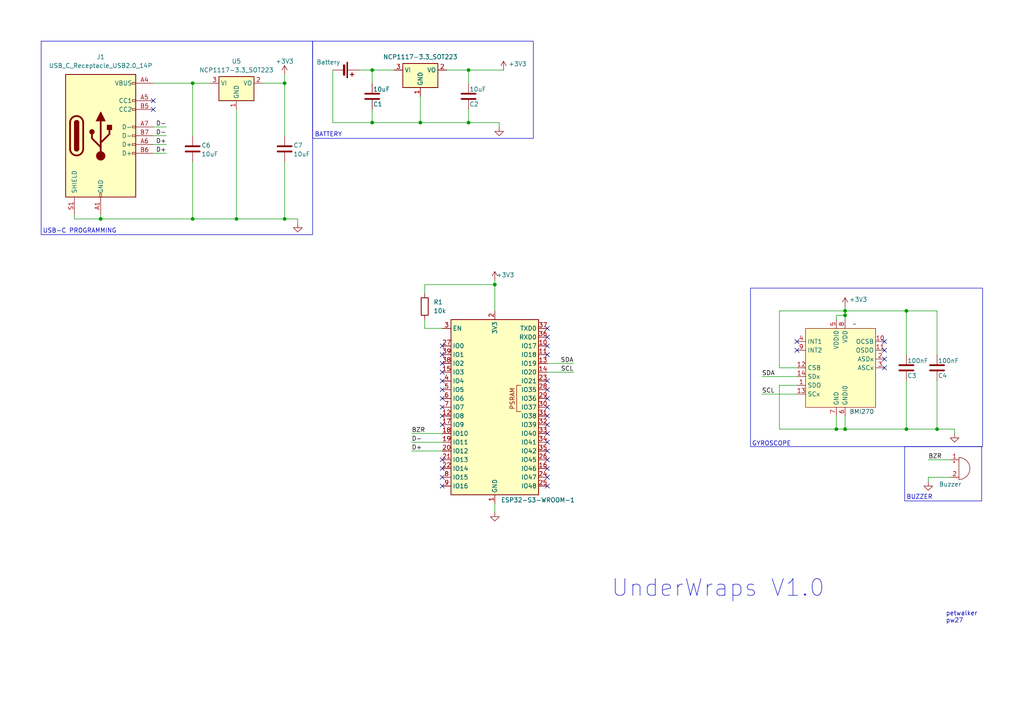
<source format=kicad_sch>
(kicad_sch (version 20231120) (generator "eeschema") (generator_version "8.0")
  (paper "A4")
  (lib_symbols
    (symbol "BMI270:BMI270"
      (property "Reference" "U" (at 5.08 13.97 0))
      (symbol "BMI270_1_1"
        (rectangle (start -10.16 12.7) (end 10.16 -10.16) (fill (type background)))
        (text "BMI270" (at 2.54 -11.43 0) (effects (font (size 1.27 1.27)) (justify left)))
        (pin bidirectional line (at -12.7 -3.81 0) (length 2.54) (name "SDO") (number "1"))
        (pin input line (at 12.7 8.89 180) (length 2.54) (name "OCSB") (number "10"))
        (pin output line (at 12.7 6.35 180) (length 2.54) (name "OSDO") (number "11"))
        (pin output line (at -12.7 1.27 0) (length 2.54) (name "CSB") (number "12"))
        (pin input line (at -12.7 -6.35 0) (length 2.54) (name "SCx") (number "13"))
        (pin bidirectional line (at -12.7 -1.27 0) (length 2.54) (name "SDx") (number "14"))
        (pin bidirectional line (at 12.7 3.81 180) (length 2.54) (name "ASDx") (number "2"))
        (pin bidirectional line (at 12.7 1.27 180) (length 2.54) (name "ASCx") (number "3"))
        (pin bidirectional line (at -12.7 8.89 0) (length 2.54) (name "INT1") (number "4"))
        (pin power_in line (at -1.27 15.24 270) (length 2.54) (name "VDDI0") (number "5"))
        (pin power_in line (at 1.27 -12.7 90) (length 2.54) (name "GNDI0") (number "6"))
        (pin power_in line (at -1.27 -12.7 90) (length 2.54) (name "GND") (number "7"))
        (pin power_in line (at 1.27 15.24 270) (length 2.54) (name "VDD") (number "8"))
        (pin bidirectional line (at -12.7 6.35 0) (length 2.54) (name "INT2") (number "9"))
      )
    )
    (symbol "Connector:USB_C_Receptacle_USB2.0_14P" (pin_names (offset 1.016))
      (property "Reference" "J" (at 0 22.225 0))
      (property "Value" "USB_C_Receptacle_USB2.0_14P" (at 0 19.685 0))
      (symbol "USB_C_Receptacle_USB2.0_14P_0_0"
        (rectangle (start -0.254 -17.78) (end 0.254 -16.764))
        (rectangle (start 10.16 -4.826) (end 9.144 -5.334))
        (rectangle (start 10.16 -2.286) (end 9.144 -2.794))
        (rectangle (start 10.16 0.254) (end 9.144 -0.254))
        (rectangle (start 10.16 2.794) (end 9.144 2.286))
        (rectangle (start 10.16 7.874) (end 9.144 7.366))
        (rectangle (start 10.16 10.414) (end 9.144 9.906))
        (rectangle (start 10.16 15.494) (end 9.144 14.986))
      )
      (symbol "USB_C_Receptacle_USB2.0_14P_0_1"
        (rectangle (start -10.16 17.78) (end 10.16 -17.78) (stroke (width 0.254)) (fill (type background)))
        (arc (start -8.89 -3.81) (mid -6.985 -5.7067) (end -5.08 -3.81) (stroke (width 0.508)))
        (arc (start -7.62 -3.81) (mid -6.985 -4.4423) (end -6.35 -3.81) (stroke (width 0.254)))
        (arc (start -7.62 -3.81) (mid -6.985 -4.4423) (end -6.35 -3.81) (stroke (width 0.254)) (fill (type outline)))
        (rectangle (start -7.62 -3.81) (end -6.35 3.81) (stroke (width 0.254)) (fill (type outline)))
        (arc (start -6.35 3.81) (mid -6.985 4.4423) (end -7.62 3.81) (stroke (width 0.254)))
        (arc (start -6.35 3.81) (mid -6.985 4.4423) (end -7.62 3.81) (stroke (width 0.254)) (fill (type outline)))
        (arc (start -5.08 3.81) (mid -6.985 5.7067) (end -8.89 3.81) (stroke (width 0.508)))
        (circle (center -2.54 1.143) (radius 0.635) (stroke (width 0.254)) (fill (type outline)))
        (circle (center 0 -5.842) (radius 1.27) (fill (type outline)))
        (polyline (pts (xy -8.89 -3.81) (xy -8.89 3.81)) (stroke (width 0.508)))
        (polyline (pts (xy -5.08 3.81) (xy -5.08 -3.81)) (stroke (width 0.508)))
        (polyline (pts (xy 0 -5.842) (xy 0 4.318)) (stroke (width 0.508)))
        (polyline (pts (xy 0 -3.302) (xy -2.54 -0.762) (xy -2.54 0.508)) (stroke (width 0.508)))
        (polyline (pts (xy 0 -2.032) (xy 2.54 0.508) (xy 2.54 1.778)) (stroke (width 0.508)))
        (polyline (pts (xy -1.27 4.318) (xy 0 6.858) (xy 1.27 4.318) (xy -1.27 4.318)) (stroke (width 0.254)) (fill (type outline)))
        (rectangle (start 1.905 1.778) (end 3.175 3.048) (stroke (width 0.254)) (fill (type outline)))
      )
      (symbol "USB_C_Receptacle_USB2.0_14P_1_1"
        (pin passive line (at 0 -22.86 90) (length 5.08) (name "GND") (number "A1"))
        (pin passive line (at 0 -22.86 90) (length 5.08) hide (name "GND") (number "A12"))
        (pin passive line (at 15.24 15.24 180) (length 5.08) (name "VBUS") (number "A4"))
        (pin bidirectional line (at 15.24 10.16 180) (length 5.08) (name "CC1") (number "A5"))
        (pin bidirectional line (at 15.24 -2.54 180) (length 5.08) (name "D+") (number "A6"))
        (pin bidirectional line (at 15.24 2.54 180) (length 5.08) (name "D-") (number "A7"))
        (pin passive line (at 15.24 15.24 180) (length 5.08) hide (name "VBUS") (number "A9"))
        (pin passive line (at 0 -22.86 90) (length 5.08) hide (name "GND") (number "B1"))
        (pin passive line (at 0 -22.86 90) (length 5.08) hide (name "GND") (number "B12"))
        (pin passive line (at 15.24 15.24 180) (length 5.08) hide (name "VBUS") (number "B4"))
        (pin bidirectional line (at 15.24 7.62 180) (length 5.08) (name "CC2") (number "B5"))
        (pin bidirectional line (at 15.24 -5.08 180) (length 5.08) (name "D+") (number "B6"))
        (pin bidirectional line (at 15.24 0 180) (length 5.08) (name "D-") (number "B7"))
        (pin passive line (at 15.24 15.24 180) (length 5.08) hide (name "VBUS") (number "B9"))
        (pin passive line (at -7.62 -22.86 90) (length 5.08) (name "SHIELD") (number "S1"))
      )
    )
    (symbol "Device:Battery_Cell" (pin_numbers hide) (pin_names (offset 0) hide)
      (property "Reference" "BT" (at 2.54 2.54 0))
      (property "Value" "Battery_Cell" (at 2.54 0 0))
      (symbol "Battery_Cell_0_1"
        (rectangle (start -2.286 1.778) (end 2.286 1.524) (fill (type outline)))
        (rectangle (start -1.524 1.016) (end 1.524 0.508) (fill (type outline)))
        (polyline (pts (xy 0 0.762) (xy 0 0)))
        (polyline (pts (xy 0 1.778) (xy 0 2.54)))
        (polyline (pts (xy 0.762 3.048) (xy 1.778 3.048)) (stroke (width 0.254)))
        (polyline (pts (xy 1.27 3.556) (xy 1.27 2.54)) (stroke (width 0.254)))
      )
      (symbol "Battery_Cell_1_1"
        (pin passive line (at 0 5.08 270) (length 2.54) (name "+") (number "1"))
        (pin passive line (at 0 -2.54 90) (length 2.54) (name "-") (number "2"))
      )
    )
    (symbol "Device:Buzzer" (pin_names (offset 0.0254) hide)
      (property "Reference" "BZ" (at 3.81 1.27 0))
      (property "Value" "Buzzer" (at 3.81 -1.27 0))
      (symbol "Buzzer_0_1"
        (arc (start 0 -3.175) (mid 3.1612 0) (end 0 3.175))
        (polyline (pts (xy -1.651 1.905) (xy -1.143 1.905)))
        (polyline (pts (xy -1.397 2.159) (xy -1.397 1.651)))
        (polyline (pts (xy 0 3.175) (xy 0 -3.175)))
      )
      (symbol "Buzzer_1_1"
        (pin passive line (at -2.54 2.54 0) (length 2.54) (name "+") (number "1"))
        (pin passive line (at -2.54 -2.54 0) (length 2.54) (name "-") (number "2"))
      )
    )
    (symbol "Device:C" (pin_numbers hide) (pin_names (offset 0.254))
      (property "Reference" "C" (at 0.635 2.54 0))
      (property "Value" "C" (at 0.635 -2.54 0))
      (symbol "C_0_1"
        (polyline (pts (xy -2.032 -0.762) (xy 2.032 -0.762)) (stroke (width 0.508)))
        (polyline (pts (xy -2.032 0.762) (xy 2.032 0.762)) (stroke (width 0.508)))
      )
      (symbol "C_1_1"
        (pin passive line (at 0 3.81 270) (length 2.794) (name "~") (number "1"))
        (pin passive line (at 0 -3.81 90) (length 2.794) (name "~") (number "2"))
      )
    )
    (symbol "Device:R" (pin_numbers hide) (pin_names (offset 0))
      (property "Reference" "R" (at 2.032 0 90))
      (property "Value" "R" (at 0 0 90))
      (symbol "R_0_1"
        (rectangle (start -1.016 -2.54) (end 1.016 2.54) (stroke (width 0.254)))
      )
      (symbol "R_1_1"
        (pin passive line (at 0 3.81 270) (length 1.27) (name "~") (number "1"))
        (pin passive line (at 0 -3.81 90) (length 1.27) (name "~") (number "2"))
      )
    )
    (symbol "RF_Module:ESP32-S3-WROOM-1"
      (property "Reference" "U" (at -12.7 26.67 0))
      (property "Value" "ESP32-S3-WROOM-1" (at 12.7 26.67 0))
      (symbol "ESP32-S3-WROOM-1_0_0"
        (rectangle (start -12.7 25.4) (end 12.7 -25.4) (stroke (width 0.254)) (fill (type background)))
        (text "PSRAM" (at 5.08 2.54 900) (effects (font (size 1.27 1.27))))
      )
      (symbol "ESP32-S3-WROOM-1_0_1"
        (polyline (pts (xy 7.62 -1.27) (xy 6.35 -1.27) (xy 6.35 6.35) (xy 7.62 6.35)))
      )
      (symbol "ESP32-S3-WROOM-1_1_1"
        (pin power_in line (at 0 -27.94 90) (length 2.54) (name "GND") (number "1"))
        (pin bidirectional line (at 15.24 17.78 180) (length 2.54) (name "IO17") (number "10"))
        (pin bidirectional line (at 15.24 15.24 180) (length 2.54) (name "IO18") (number "11"))
        (pin bidirectional line (at -15.24 -2.54 0) (length 2.54) (name "IO8") (number "12"))
        (pin bidirectional line (at 15.24 12.7 180) (length 2.54) (name "IO19") (number "13"))
        (pin bidirectional line (at 15.24 10.16 180) (length 2.54) (name "IO20") (number "14"))
        (pin bidirectional line (at -15.24 10.16 0) (length 2.54) (name "IO3") (number "15"))
        (pin bidirectional line (at 15.24 -17.78 180) (length 2.54) (name "IO46") (number "16"))
        (pin bidirectional line (at -15.24 -5.08 0) (length 2.54) (name "IO9") (number "17"))
        (pin bidirectional line (at -15.24 -7.62 0) (length 2.54) (name "IO10") (number "18"))
        (pin bidirectional line (at -15.24 -10.16 0) (length 2.54) (name "IO11") (number "19"))
        (pin power_in line (at 0 27.94 270) (length 2.54) (name "3V3") (number "2"))
        (pin bidirectional line (at -15.24 -12.7 0) (length 2.54) (name "IO12") (number "20"))
        (pin bidirectional line (at -15.24 -15.24 0) (length 2.54) (name "IO13") (number "21"))
        (pin bidirectional line (at -15.24 -17.78 0) (length 2.54) (name "IO14") (number "22"))
        (pin bidirectional line (at 15.24 7.62 180) (length 2.54) (name "IO21") (number "23"))
        (pin bidirectional line (at 15.24 -20.32 180) (length 2.54) (name "IO47") (number "24"))
        (pin bidirectional line (at 15.24 -22.86 180) (length 2.54) (name "IO48") (number "25"))
        (pin bidirectional line (at 15.24 -15.24 180) (length 2.54) (name "IO45") (number "26"))
        (pin bidirectional line (at -15.24 17.78 0) (length 2.54) (name "IO0") (number "27"))
        (pin bidirectional line (at 15.24 5.08 180) (length 2.54) (name "IO35") (number "28"))
        (pin bidirectional line (at 15.24 2.54 180) (length 2.54) (name "IO36") (number "29"))
        (pin input line (at -15.24 22.86 0) (length 2.54) (name "EN") (number "3"))
        (pin bidirectional line (at 15.24 0 180) (length 2.54) (name "IO37") (number "30"))
        (pin bidirectional line (at 15.24 -2.54 180) (length 2.54) (name "IO38") (number "31"))
        (pin bidirectional line (at 15.24 -5.08 180) (length 2.54) (name "IO39") (number "32"))
        (pin bidirectional line (at 15.24 -7.62 180) (length 2.54) (name "IO40") (number "33"))
        (pin bidirectional line (at 15.24 -10.16 180) (length 2.54) (name "IO41") (number "34"))
        (pin bidirectional line (at 15.24 -12.7 180) (length 2.54) (name "IO42") (number "35"))
        (pin bidirectional line (at 15.24 20.32 180) (length 2.54) (name "RXD0") (number "36"))
        (pin bidirectional line (at 15.24 22.86 180) (length 2.54) (name "TXD0") (number "37"))
        (pin bidirectional line (at -15.24 12.7 0) (length 2.54) (name "IO2") (number "38"))
        (pin bidirectional line (at -15.24 15.24 0) (length 2.54) (name "IO1") (number "39"))
        (pin bidirectional line (at -15.24 7.62 0) (length 2.54) (name "IO4") (number "4"))
        (pin passive line (at 0 -27.94 90) (length 2.54) hide (name "GND") (number "40"))
        (pin passive line (at 0 -27.94 90) (length 2.54) hide (name "GND") (number "41"))
        (pin bidirectional line (at -15.24 5.08 0) (length 2.54) (name "IO5") (number "5"))
        (pin bidirectional line (at -15.24 2.54 0) (length 2.54) (name "IO6") (number "6"))
        (pin bidirectional line (at -15.24 0 0) (length 2.54) (name "IO7") (number "7"))
        (pin bidirectional line (at -15.24 -20.32 0) (length 2.54) (name "IO15") (number "8"))
        (pin bidirectional line (at -15.24 -22.86 0) (length 2.54) (name "IO16") (number "9"))
      )
    )
    (symbol "Regulator_Linear:NCP1117-3.3_SOT223"
      (property "Reference" "U" (at -3.81 3.175 0))
      (property "Value" "NCP1117-3.3_SOT223" (at 0 3.175 0))
      (symbol "NCP1117-3.3_SOT223_0_1"
        (rectangle (start -5.08 -5.08) (end 5.08 1.905) (stroke (width 0.254)) (fill (type background)))
      )
      (symbol "NCP1117-3.3_SOT223_1_1"
        (pin power_in line (at 0 -7.62 90) (length 2.54) (name "GND") (number "1"))
        (pin power_out line (at 7.62 0 180) (length 2.54) (name "VO") (number "2"))
        (pin power_in line (at -7.62 0 0) (length 2.54) (name "VI") (number "3"))
      )
    )
    (symbol "power:+3V3" (power) (pin_names (offset 0))
      (property "Value" "+3V3" (at 0 3.556 0))
      (symbol "+3V3_0_1"
        (polyline (pts (xy -0.762 1.27) (xy 0 2.54)))
        (polyline (pts (xy 0 0) (xy 0 2.54)))
        (polyline (pts (xy 0 2.54) (xy 0.762 1.27)))
      )
      (symbol "+3V3_1_1"
        (pin power_in line (at 0 0 90) (length 0) hide (name "+3V3") (number "1"))
      )
    )
    (symbol "power:GND" (power) (pin_names (offset 0))
      (property "Value" "GND" (at 0 -3.81 0))
      (symbol "GND_0_1"
        (polyline (pts (xy 0 0) (xy 0 -1.27) (xy 1.27 -1.27) (xy 0 -2.54) (xy -1.27 -1.27) (xy 0 -1.27)))
      )
      (symbol "GND_1_1"
        (pin power_in line (at 0 0 270) (length 0) hide (name "GND") (number "1"))
      )
    )
  )
  (junction (at 121.92 35.56))
  (junction (at 262.89 90.17))
  (junction (at 135.89 20.32))
  (junction (at 135.89 35.56))
  (junction (at 107.95 35.56))
  (junction (at 245.11 91.44))
  (junction (at 107.95 20.32))
  (junction (at 245.11 124.46))
  (junction (at 242.57 124.46))
  (junction (at 68.58 63.5))
  (junction (at 82.55 24.13))
  (junction (at 245.11 90.17))
  (junction (at 143.51 82.55))
  (junction (at 262.89 124.46))
  (junction (at 271.78 124.46))
  (junction (at 55.88 63.5))
  (junction (at 29.21 63.5))
  (junction (at 82.55 63.5))
  (junction (at 55.88 24.13))
  (no_connect (at 158.75 140.97))
  (no_connect (at 158.75 123.19))
  (no_connect (at 128.27 138.43))
  (no_connect (at 128.27 123.19))
  (no_connect (at 158.75 125.73))
  (no_connect (at 158.75 102.87))
  (no_connect (at 128.27 135.89))
  (no_connect (at 158.75 100.33))
  (no_connect (at 128.27 140.97))
  (no_connect (at 128.27 118.11))
  (no_connect (at 128.27 105.41))
  (no_connect (at 128.27 113.03))
  (no_connect (at 158.75 113.03))
  (no_connect (at 231.14 101.6))
  (no_connect (at 128.27 107.95))
  (no_connect (at 256.54 104.14))
  (no_connect (at 128.27 100.33))
  (no_connect (at 158.75 135.89))
  (no_connect (at 158.75 115.57))
  (no_connect (at 44.45 31.75))
  (no_connect (at 128.27 133.35))
  (no_connect (at 158.75 97.79))
  (no_connect (at 44.45 29.21))
  (no_connect (at 256.54 101.6))
  (no_connect (at 231.14 99.06))
  (no_connect (at 128.27 110.49))
  (no_connect (at 128.27 120.65))
  (no_connect (at 158.75 110.49))
  (no_connect (at 158.75 95.25))
  (no_connect (at 158.75 120.65))
  (no_connect (at 158.75 128.27))
  (no_connect (at 256.54 99.06))
  (no_connect (at 158.75 130.81))
  (no_connect (at 158.75 133.35))
  (no_connect (at 158.75 118.11))
  (no_connect (at 128.27 115.57))
  (no_connect (at 256.54 106.68))
  (no_connect (at 128.27 102.87))
  (no_connect (at 158.75 138.43))
  (wire (pts (xy 128.27 95.25) (xy 123.19 95.25)))
  (wire (pts (xy 269.24 138.43) (xy 275.59 138.43)))
  (wire (pts (xy 269.24 138.43) (xy 269.24 139.7)))
  (wire (pts (xy 29.21 63.5) (xy 29.21 62.23)))
  (wire (pts (xy 121.92 35.56) (xy 135.89 35.56)))
  (wire (pts (xy 144.78 35.56) (xy 144.78 36.83)))
  (wire (pts (xy 245.11 91.44) (xy 245.11 92.71)))
  (wire (pts (xy 107.95 31.75) (xy 107.95 35.56)))
  (wire (pts (xy 55.88 63.5) (xy 29.21 63.5)))
  (wire (pts (xy 231.14 111.76) (xy 226.06 111.76)))
  (wire (pts (xy 231.14 106.68) (xy 226.06 106.68)))
  (wire (pts (xy 262.89 90.17) (xy 271.78 90.17)))
  (wire (pts (xy 129.54 20.32) (xy 135.89 20.32)))
  (wire (pts (xy 135.89 20.32) (xy 135.89 24.13)))
  (wire (pts (xy 86.36 63.5) (xy 82.55 63.5)))
  (wire (pts (xy 107.95 20.32) (xy 114.3 20.32)))
  (wire (pts (xy 271.78 110.49) (xy 271.78 124.46)))
  (wire (pts (xy 262.89 124.46) (xy 271.78 124.46)))
  (wire (pts (xy 245.11 90.17) (xy 245.11 91.44)))
  (wire (pts (xy 143.51 146.05) (xy 143.51 148.59)))
  (wire (pts (xy 158.75 105.41) (xy 166.37 105.41)))
  (wire (pts (xy 68.58 63.5) (xy 68.58 31.75)))
  (wire (pts (xy 242.57 91.44) (xy 245.11 91.44)))
  (wire (pts (xy 44.45 44.45) (xy 48.26 44.45)))
  (wire (pts (xy 220.98 109.22) (xy 231.14 109.22)))
  (wire (pts (xy 158.75 107.95) (xy 166.37 107.95)))
  (wire (pts (xy 123.19 82.55) (xy 123.19 85.09)))
  (wire (pts (xy 55.88 46.99) (xy 55.88 63.5)))
  (wire (pts (xy 242.57 120.65) (xy 242.57 124.46)))
  (wire (pts (xy 104.14 20.32) (xy 107.95 20.32)))
  (wire (pts (xy 128.27 130.81) (xy 119.38 130.81)))
  (wire (pts (xy 226.06 124.46) (xy 242.57 124.46)))
  (wire (pts (xy 269.24 133.35) (xy 275.59 133.35)))
  (wire (pts (xy 242.57 92.71) (xy 242.57 91.44)))
  (wire (pts (xy 121.92 27.94) (xy 121.92 35.56)))
  (wire (pts (xy 123.19 82.55) (xy 143.51 82.55)))
  (wire (pts (xy 226.06 111.76) (xy 226.06 124.46)))
  (wire (pts (xy 135.89 35.56) (xy 144.78 35.56)))
  (wire (pts (xy 146.05 20.32) (xy 135.89 20.32)))
  (wire (pts (xy 245.11 120.65) (xy 245.11 124.46)))
  (wire (pts (xy 143.51 81.28) (xy 143.51 82.55)))
  (wire (pts (xy 271.78 90.17) (xy 271.78 102.87)))
  (wire (pts (xy 276.86 124.46) (xy 276.86 125.73)))
  (wire (pts (xy 262.89 90.17) (xy 262.89 102.87)))
  (wire (pts (xy 82.55 24.13) (xy 82.55 21.59)))
  (wire (pts (xy 44.45 39.37) (xy 48.26 39.37)))
  (wire (pts (xy 135.89 31.75) (xy 135.89 35.56)))
  (wire (pts (xy 96.52 35.56) (xy 107.95 35.56)))
  (wire (pts (xy 107.95 20.32) (xy 107.95 24.13)))
  (wire (pts (xy 220.98 114.3) (xy 231.14 114.3)))
  (wire (pts (xy 226.06 90.17) (xy 245.11 90.17)))
  (wire (pts (xy 44.45 36.83) (xy 48.26 36.83)))
  (wire (pts (xy 271.78 124.46) (xy 276.86 124.46)))
  (wire (pts (xy 44.45 41.91) (xy 48.26 41.91)))
  (wire (pts (xy 226.06 106.68) (xy 226.06 90.17)))
  (wire (pts (xy 245.11 124.46) (xy 262.89 124.46)))
  (wire (pts (xy 245.11 88.9) (xy 245.11 90.17)))
  (wire (pts (xy 55.88 24.13) (xy 55.88 39.37)))
  (wire (pts (xy 44.45 24.13) (xy 55.88 24.13)))
  (wire (pts (xy 82.55 24.13) (xy 82.55 39.37)))
  (wire (pts (xy 55.88 63.5) (xy 68.58 63.5)))
  (wire (pts (xy 128.27 128.27) (xy 119.38 128.27)))
  (wire (pts (xy 82.55 46.99) (xy 82.55 63.5)))
  (wire (pts (xy 107.95 35.56) (xy 121.92 35.56)))
  (wire (pts (xy 262.89 110.49) (xy 262.89 124.46)))
  (wire (pts (xy 86.36 63.5) (xy 86.36 64.77)))
  (wire (pts (xy 21.59 62.23) (xy 21.59 63.5)))
  (wire (pts (xy 55.88 24.13) (xy 60.96 24.13)))
  (wire (pts (xy 242.57 124.46) (xy 245.11 124.46)))
  (wire (pts (xy 76.2 24.13) (xy 82.55 24.13)))
  (wire (pts (xy 82.55 63.5) (xy 68.58 63.5)))
  (wire (pts (xy 123.19 95.25) (xy 123.19 92.71)))
  (wire (pts (xy 143.51 82.55) (xy 143.51 90.17)))
  (wire (pts (xy 245.11 90.17) (xy 262.89 90.17)))
  (wire (pts (xy 119.38 125.73) (xy 128.27 125.73)))
  (wire (pts (xy 96.52 20.32) (xy 96.52 35.56)))
  (wire (pts (xy 21.59 63.5) (xy 29.21 63.5)))
  (rectangle (start 11.938 11.938) (end 90.678 68.072))
  (rectangle (start 217.678 83.566) (end 284.988 129.54))
  (rectangle (start 262.382 129.54) (end 284.734 145.288))
  (rectangle (start 90.678 11.938) (end 154.686 40.132))
  (text "USB-C PROGRAMMING\n" (at 23.114 67.056 0) (effects (font (size 1.27 1.27))))
  (text "petwalker\npw27\n" (at 274.32 179.07 0) (effects (font (size 1.27 1.27)) (justify left)))
  (text "BATTERY\n" (at 95.25 39.116 0) (effects (font (size 1.27 1.27))))
  (text "UnderWraps V1.0\n" (at 208.28 170.688 0) (effects (font (size 4.8768 4.8768))))
  (text "GYROSCOPE" (at 223.774 128.778 0) (effects (font (size 1.27 1.27))))
  (text "BUZZER\n" (at 266.7 144.272 0) (effects (font (size 1.27 1.27))))
  (label "D-" (at 48.26 39.37 180))
  (label "D+" (at 48.26 41.91 180))
  (label "BZR" (at 119.38 125.73 0))
  (label "SDA" (at 220.98 109.22 0))
  (label "SCL" (at 166.37 107.95 180))
  (label "D-" (at 119.38 128.27 0))
  (label "D-" (at 48.26 36.83 180))
  (label "SCL" (at 220.98 114.3 0))
  (label "D+" (at 119.38 130.81 0))
  (label "BZR" (at 269.24 133.35 0))
  (label "SDA" (at 166.37 105.41 180))
  (label "D+" (at 48.26 44.45 180))
  (symbol (lib_id "power:GND") (at 86.36 64.77 0) (unit 1)
    (property "Reference" "#PWR07" (effects (hide yes)))
    (property "Value" "GND" (effects (hide yes)))
  )
  (symbol (lib_id "power:+3V3") (at 146.05 20.32 0) (unit 1)
    (property "Reference" "#PWR04" (effects (hide yes)))
    (property "Value" "+3V3" (at 150.114 18.542 0))
    (property "Description" "Power symbol creates a global label with name \"+3V3\"" (effects (hide yes)))
  )
  (symbol (lib_id "Device:C") (at 107.95 27.94 0) (unit 1)
    (property "Reference" "C1" (at 108.204 30.226 0) (effects (justify left)))
    (property "Value" "10uF" (at 108.204 25.908 0) (effects (justify left)))
    (property "Footprint" "Capacitor_SMD:C_0805_2012Metric" (effects (hide yes)))
    (property "Description" "Unpolarized capacitor" (effects (hide yes)))
  )
  (symbol (lib_id "Connector:USB_C_Receptacle_USB2.0_14P") (at 29.21 39.37 0) (unit 1)
    (property "Reference" "J1" (at 29.21 16.51 0))
    (property "Value" "USB_C_Receptacle_USB2.0_14P" (at 29.21 19.05 0))
    (property "Footprint" "Connector_USB:USB_C_Receptacle_GCT_USB4110" (effects (hide yes)))
    (property "Datasheet" "https://www.usb.org/sites/default/files/documents/usb_type-c.zip" (effects (hide yes)))
    (property "Description" "USB 2.0-only 14P Type-C Receptacle connector" (effects (hide yes)))
  )
  (symbol (lib_id "Device:C") (at 271.78 106.68 0) (unit 1)
    (property "Reference" "C4" (at 272.034 108.966 0) (effects (justify left)))
    (property "Value" "100nF" (at 272.034 104.648 0) (effects (justify left)))
    (property "Footprint" "Capacitor_SMD:C_0603_1608Metric" (effects (hide yes)))
    (property "Description" "Unpolarized capacitor" (effects (hide yes)))
  )
  (symbol (lib_id "Device:C") (at 135.89 27.94 0) (unit 1)
    (property "Reference" "C2" (at 136.144 30.226 0) (effects (justify left)))
    (property "Value" "10uF" (at 136.144 25.908 0) (effects (justify left)))
    (property "Footprint" "Capacitor_SMD:C_0805_2012Metric" (effects (hide yes)))
    (property "Description" "Unpolarized capacitor" (effects (hide yes)))
  )
  (symbol (lib_id "BMI270:BMI270") (at 243.84 107.95 0) (unit 1)
    (property "Reference" "U2" (effects (hide yes)))
    (property "Value" "~" (at 247.3041 93.98 0) (effects (justify left)))
    (property "Footprint" "Package_LGA:Bosch_LGA-14_3x2.5mm_P0.5mm" (effects (hide yes)))
    (property "Datasheet" "https://www.bosch-sensortec.com/media/boschsensortec/downloads/datasheets/bst-bmi270-ds000.pdf" (effects (hide yes)))
  )
  (symbol (lib_id "Device:Battery_Cell") (at 99.06 20.32 270) (unit 1)
    (property "Reference" "BT1" (effects (hide yes)))
    (property "Value" "Battery" (at 95.25 18.034 90))
    (property "Footprint" "Connector_JST:JST_PH_B2B-PH-K_1x02_P2.00mm_Vertical" (effects (hide yes)))
    (property "Description" "Single-cell battery" (effects (hide yes)))
  )
  (symbol (lib_id "power:GND") (at 144.78 36.83 0) (unit 1)
    (property "Reference" "#PWR03" (effects (hide yes)))
    (property "Value" "GND" (effects (hide yes)))
    (property "Description" "Power symbol creates a global label with name \"GND\" , ground" (effects (hide yes)))
  )
  (symbol (lib_id "power:+3V3") (at 82.55 21.59 0) (unit 1)
    (property "Reference" "#PWR09" (effects (hide yes)))
    (property "Value" "+3V3" (at 82.55 17.78 0))
    (property "Description" "Power symbol creates a global label with name \"+3V3\"" (effects (hide yes)))
  )
  (symbol (lib_id "power:+3V3") (at 143.51 81.28 0) (unit 1)
    (property "Reference" "#PWR02" (effects (hide yes)))
    (property "Value" "+3V3" (at 146.558 79.756 0))
    (property "Description" "Power symbol creates a global label with name \"+3V3\"" (effects (hide yes)))
  )
  (symbol (lib_id "Regulator_Linear:NCP1117-3.3_SOT223") (at 68.58 24.13 0) (unit 1)
    (property "Reference" "U5" (at 68.58 17.78 0))
    (property "Value" "NCP1117-3.3_SOT223" (at 68.58 20.32 0))
    (property "Footprint" "Package_TO_SOT_SMD:SOT-223-3_TabPin2" (effects (hide yes)))
    (property "Datasheet" "http://www.onsemi.com/pub_link/Collateral/NCP1117-D.PDF" (effects (hide yes)))
    (property "Description" "1A Low drop-out regulator, Fixed Output 3.3V, SOT-223" (effects (hide yes)))
  )
  (symbol (lib_id "power:GND") (at 143.51 148.59 0) (unit 1)
    (property "Reference" "#PWR01" (effects (hide yes)))
    (property "Value" "GND" (effects (hide yes)))
    (property "Description" "Power symbol creates a global label with name \"GND\" , ground" (effects (hide yes)))
  )
  (symbol (lib_id "power:GND") (at 269.24 139.7 0) (unit 1)
    (property "Reference" "#PWR08" (effects (hide yes)))
    (property "Value" "GND" (effects (hide yes)))
    (property "Description" "Power symbol creates a global label with name \"GND\" , ground" (effects (hide yes)))
  )
  (symbol (lib_id "power:GND") (at 276.86 125.73 0) (unit 1)
    (property "Reference" "#PWR06" (effects (hide yes)))
    (property "Value" "GND" (effects (hide yes)))
    (property "Description" "Power symbol creates a global label with name \"GND\" , ground" (effects (hide yes)))
  )
  (symbol (lib_id "Device:C") (at 55.88 43.18 0) (unit 1)
    (property "Reference" "C6" (at 58.42 42.164 0) (effects (justify left)))
    (property "Value" "10uF" (at 58.42 44.704 0) (effects (justify left)))
    (property "Footprint" "Capacitor_SMD:C_0805_2012Metric" (effects (hide yes)))
    (property "Description" "Unpolarized capacitor" (effects (hide yes)))
  )
  (symbol (lib_id "Regulator_Linear:NCP1117-3.3_SOT223") (at 121.92 20.32 0) (unit 1)
    (property "Reference" "U3" (effects (hide yes)))
    (property "Value" "NCP1117-3.3_SOT223" (at 121.92 16.51 0))
    (property "Footprint" "Package_TO_SOT_SMD:SOT-223-3_TabPin2" (effects (hide yes)))
    (property "Datasheet" "http://www.onsemi.com/pub_link/Collateral/NCP1117-D.PDF" (effects (hide yes)))
    (property "Description" "1A Low drop-out regulator, Fixed Output 3.3V, SOT-223" (effects (hide yes)))
  )
  (symbol (lib_id "Device:R") (at 123.19 88.9 0) (unit 1)
    (property "Reference" "R1" (at 125.73 87.6299 0) (effects (justify left)))
    (property "Value" "10k" (at 125.73 90.1699 0) (effects (justify left)))
    (property "Footprint" "Resistor_SMD:R_0402_1005Metric" (effects (hide yes)))
    (property "Description" "Resistor" (effects (hide yes)))
  )
  (symbol (lib_id "RF_Module:ESP32-S3-WROOM-1") (at 143.51 118.11 0) (unit 1)
    (property "Reference" "U1" (effects (hide yes)))
    (property "Value" "ESP32-S3-WROOM-1" (at 145.288 145.034 0) (effects (justify left)))
    (property "Footprint" "RF_Module:ESP32-S3-WROOM-1" (effects (hide yes)))
    (property "Datasheet" "https://www.espressif.com/sites/default/files/documentation/esp32-s3-wroom-1_wroom-1u_datasheet_en.pdf" (effects (hide yes)))
    (property "Description" "RF Module, ESP32-S3 SoC, Wi-Fi 802.11b/g/n, Bluetooth, BLE, 32-bit, 3.3V, onboard antenna, SMD" (effects (hide yes)))
  )
  (symbol (lib_id "Device:C") (at 262.89 106.68 0) (unit 1)
    (property "Reference" "C3" (at 263.144 108.966 0) (effects (justify left)))
    (property "Value" "100nF" (at 263.144 104.648 0) (effects (justify left)))
    (property "Footprint" "Capacitor_SMD:C_0603_1608Metric" (effects (hide yes)))
    (property "Description" "Unpolarized capacitor" (effects (hide yes)))
  )
  (symbol (lib_id "Device:C") (at 82.55 43.18 0) (unit 1)
    (property "Reference" "C7" (at 85.09 42.164 0) (effects (justify left)))
    (property "Value" "10uF" (at 85.09 44.704 0) (effects (justify left)))
    (property "Footprint" "Capacitor_SMD:C_0805_2012Metric" (effects (hide yes)))
    (property "Description" "Unpolarized capacitor" (effects (hide yes)))
  )
  (symbol (lib_id "power:+3V3") (at 245.11 88.9 0) (unit 1)
    (property "Reference" "#PWR05" (effects (hide yes)))
    (property "Value" "+3V3" (at 248.92 86.868 0))
    (property "Description" "Power symbol creates a global label with name \"+3V3\"" (effects (hide yes)))
  )
  (symbol (lib_id "Device:Buzzer") (at 278.13 135.89 0) (unit 1)
    (property "Reference" "BZ1" (effects (hide yes)))
    (property "Value" "Buzzer" (at 278.892 140.462 0) (effects (justify right)))
    (property "Footprint" "Global:SPKR_PKMCS0909E4000-R1" (effects (hide yes)))
    (property "Description" "Buzzer, polarized" (effects (hide yes)))
  )
)
</source>
